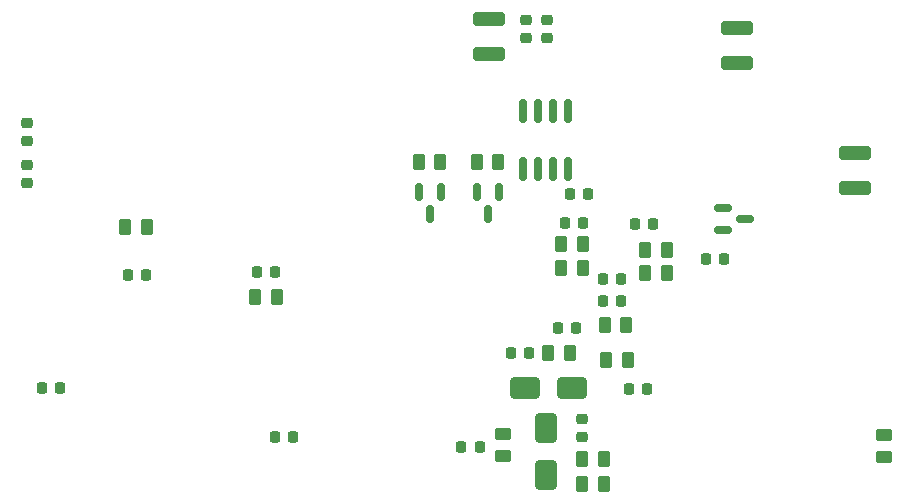
<source format=gbr>
%TF.GenerationSoftware,KiCad,Pcbnew,8.0.2-8.0.2-0~ubuntu22.04.1*%
%TF.CreationDate,2024-05-10T23:44:38+03:00*%
%TF.ProjectId,handle-module,68616e64-6c65-42d6-9d6f-64756c652e6b,rev?*%
%TF.SameCoordinates,Original*%
%TF.FileFunction,Paste,Bot*%
%TF.FilePolarity,Positive*%
%FSLAX46Y46*%
G04 Gerber Fmt 4.6, Leading zero omitted, Abs format (unit mm)*
G04 Created by KiCad (PCBNEW 8.0.2-8.0.2-0~ubuntu22.04.1) date 2024-05-10 23:44:38*
%MOMM*%
%LPD*%
G01*
G04 APERTURE LIST*
G04 Aperture macros list*
%AMRoundRect*
0 Rectangle with rounded corners*
0 $1 Rounding radius*
0 $2 $3 $4 $5 $6 $7 $8 $9 X,Y pos of 4 corners*
0 Add a 4 corners polygon primitive as box body*
4,1,4,$2,$3,$4,$5,$6,$7,$8,$9,$2,$3,0*
0 Add four circle primitives for the rounded corners*
1,1,$1+$1,$2,$3*
1,1,$1+$1,$4,$5*
1,1,$1+$1,$6,$7*
1,1,$1+$1,$8,$9*
0 Add four rect primitives between the rounded corners*
20,1,$1+$1,$2,$3,$4,$5,0*
20,1,$1+$1,$4,$5,$6,$7,0*
20,1,$1+$1,$6,$7,$8,$9,0*
20,1,$1+$1,$8,$9,$2,$3,0*%
G04 Aperture macros list end*
%ADD10RoundRect,0.250000X-0.262500X-0.450000X0.262500X-0.450000X0.262500X0.450000X-0.262500X0.450000X0*%
%ADD11RoundRect,0.150000X-0.150000X0.587500X-0.150000X-0.587500X0.150000X-0.587500X0.150000X0.587500X0*%
%ADD12RoundRect,0.150000X-0.150000X0.825000X-0.150000X-0.825000X0.150000X-0.825000X0.150000X0.825000X0*%
%ADD13RoundRect,0.225000X0.250000X-0.225000X0.250000X0.225000X-0.250000X0.225000X-0.250000X-0.225000X0*%
%ADD14RoundRect,0.250000X-1.100000X0.325000X-1.100000X-0.325000X1.100000X-0.325000X1.100000X0.325000X0*%
%ADD15RoundRect,0.250000X0.262500X0.450000X-0.262500X0.450000X-0.262500X-0.450000X0.262500X-0.450000X0*%
%ADD16RoundRect,0.225000X0.225000X0.250000X-0.225000X0.250000X-0.225000X-0.250000X0.225000X-0.250000X0*%
%ADD17RoundRect,0.225000X-0.225000X-0.250000X0.225000X-0.250000X0.225000X0.250000X-0.225000X0.250000X0*%
%ADD18RoundRect,0.250000X0.450000X-0.262500X0.450000X0.262500X-0.450000X0.262500X-0.450000X-0.262500X0*%
%ADD19RoundRect,0.225000X-0.250000X0.225000X-0.250000X-0.225000X0.250000X-0.225000X0.250000X0.225000X0*%
%ADD20RoundRect,0.150000X-0.587500X-0.150000X0.587500X-0.150000X0.587500X0.150000X-0.587500X0.150000X0*%
%ADD21RoundRect,0.250000X1.000000X0.650000X-1.000000X0.650000X-1.000000X-0.650000X1.000000X-0.650000X0*%
%ADD22RoundRect,0.250000X0.650000X-1.000000X0.650000X1.000000X-0.650000X1.000000X-0.650000X-1.000000X0*%
%ADD23RoundRect,0.250000X1.100000X-0.325000X1.100000X0.325000X-1.100000X0.325000X-1.100000X-0.325000X0*%
G04 APERTURE END LIST*
D10*
%TO.C,R27*%
X112790487Y-100900000D03*
X114615487Y-100900000D03*
%TD*%
D11*
%TO.C,Q2*%
X93620487Y-94025000D03*
X95520487Y-94025000D03*
X94570487Y-95900000D03*
%TD*%
D12*
%TO.C,U7*%
X102495000Y-87125000D03*
X103765000Y-87125000D03*
X105035000Y-87125000D03*
X106305000Y-87125000D03*
X106305000Y-92075000D03*
X105035000Y-92075000D03*
X103765000Y-92075000D03*
X102495000Y-92075000D03*
%TD*%
D13*
%TO.C,C19*%
X60490487Y-93250000D03*
X60490487Y-91700000D03*
%TD*%
D10*
%TO.C,R14*%
X109490487Y-108200000D03*
X111315487Y-108200000D03*
%TD*%
D14*
%TO.C,C7*%
X99600000Y-79325000D03*
X99600000Y-82275000D03*
%TD*%
D15*
%TO.C,R12*%
X109300000Y-118700000D03*
X107475000Y-118700000D03*
%TD*%
D16*
%TO.C,C20*%
X110775000Y-103200000D03*
X109225000Y-103200000D03*
%TD*%
D11*
%TO.C,Q1*%
X98540487Y-94025000D03*
X100440487Y-94025000D03*
X99490487Y-95900000D03*
%TD*%
D16*
%TO.C,C24*%
X112965487Y-110700000D03*
X111415487Y-110700000D03*
%TD*%
D17*
%TO.C,C12*%
X97225000Y-115600000D03*
X98775000Y-115600000D03*
%TD*%
%TO.C,C2*%
X81465487Y-114750000D03*
X83015487Y-114750000D03*
%TD*%
D18*
%TO.C,R8*%
X100800000Y-116312500D03*
X100800000Y-114487500D03*
%TD*%
D10*
%TO.C,R13*%
X104590487Y-107600000D03*
X106415487Y-107600000D03*
%TD*%
D19*
%TO.C,C8*%
X102700000Y-79425000D03*
X102700000Y-80975000D03*
%TD*%
D13*
%TO.C,C9*%
X104460000Y-80975000D03*
X104460000Y-79425000D03*
%TD*%
D10*
%TO.C,R11*%
X107475000Y-116600000D03*
X109300000Y-116600000D03*
%TD*%
D17*
%TO.C,C4*%
X79915487Y-100800000D03*
X81465487Y-100800000D03*
%TD*%
D16*
%TO.C,C23*%
X110775000Y-101400000D03*
X109225000Y-101400000D03*
%TD*%
%TO.C,C25*%
X119475000Y-99700000D03*
X117925000Y-99700000D03*
%TD*%
D17*
%TO.C,C1*%
X61715487Y-110600000D03*
X63265487Y-110600000D03*
%TD*%
D10*
%TO.C,R15*%
X109390487Y-105300000D03*
X111215487Y-105300000D03*
%TD*%
%TO.C,R1*%
X98520487Y-91500000D03*
X100345487Y-91500000D03*
%TD*%
D17*
%TO.C,C29*%
X111915487Y-96700000D03*
X113465487Y-96700000D03*
%TD*%
D19*
%TO.C,C18*%
X60490487Y-88175000D03*
X60490487Y-89725000D03*
%TD*%
D16*
%TO.C,C3*%
X70540487Y-101000000D03*
X68990487Y-101000000D03*
%TD*%
D17*
%TO.C,C33*%
X106425000Y-94200000D03*
X107975000Y-94200000D03*
%TD*%
D14*
%TO.C,C32*%
X120600000Y-80125000D03*
X120600000Y-83075000D03*
%TD*%
D20*
%TO.C,Q11*%
X119352987Y-97250000D03*
X119352987Y-95350000D03*
X121227987Y-96300000D03*
%TD*%
D16*
%TO.C,C16*%
X106977987Y-105500000D03*
X105427987Y-105500000D03*
%TD*%
D10*
%TO.C,R2*%
X93607987Y-91500000D03*
X95432987Y-91500000D03*
%TD*%
D13*
%TO.C,C26*%
X107437500Y-114775000D03*
X107437500Y-113225000D03*
%TD*%
D18*
%TO.C,R23*%
X132990487Y-116412500D03*
X132990487Y-114587500D03*
%TD*%
D16*
%TO.C,C31*%
X107565487Y-96600000D03*
X106015487Y-96600000D03*
%TD*%
D21*
%TO.C,D8*%
X106602987Y-110600000D03*
X102602987Y-110600000D03*
%TD*%
D17*
%TO.C,C14*%
X101425000Y-107600000D03*
X102975000Y-107600000D03*
%TD*%
D15*
%TO.C,R25*%
X114615487Y-98900000D03*
X112790487Y-98900000D03*
%TD*%
D10*
%TO.C,R4*%
X68765487Y-97000000D03*
X70590487Y-97000000D03*
%TD*%
D22*
%TO.C,D7*%
X104400000Y-118000000D03*
X104400000Y-114000000D03*
%TD*%
D15*
%TO.C,R3*%
X81602987Y-102900000D03*
X79777987Y-102900000D03*
%TD*%
D23*
%TO.C,C27*%
X130590487Y-93675000D03*
X130590487Y-90725000D03*
%TD*%
D15*
%TO.C,R28*%
X107512500Y-100400000D03*
X105687500Y-100400000D03*
%TD*%
D10*
%TO.C,R29*%
X105687500Y-98400000D03*
X107512500Y-98400000D03*
%TD*%
M02*

</source>
